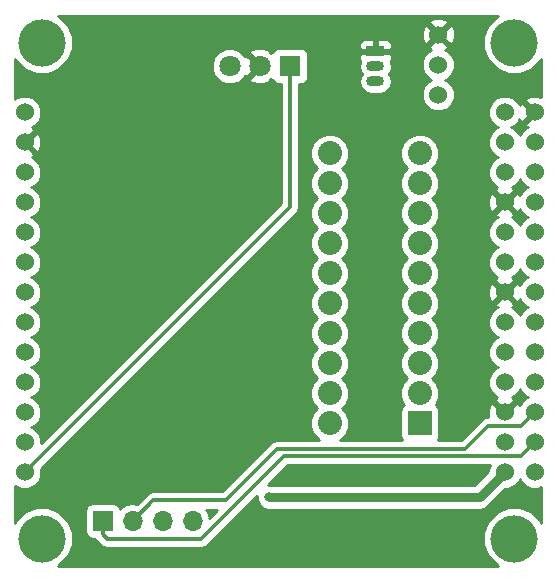
<source format=gbl>
G04 #@! TF.GenerationSoftware,KiCad,Pcbnew,no-vcs-found-e0b9a21~60~ubuntu15.04.1*
G04 #@! TF.CreationDate,2017-10-17T01:14:26+03:00*
G04 #@! TF.ProjectId,orange_pi_zero_node,6F72616E67655F70695F7A65726F5F6E,rev?*
G04 #@! TF.SameCoordinates,Original*
G04 #@! TF.FileFunction,Copper,L2,Bot,Signal*
G04 #@! TF.FilePolarity,Positive*
%FSLAX46Y46*%
G04 Gerber Fmt 4.6, Leading zero omitted, Abs format (unit mm)*
G04 Created by KiCad (PCBNEW no-vcs-found-e0b9a21~60~ubuntu15.04.1) date Tue Oct 17 01:14:26 2017*
%MOMM*%
%LPD*%
G01*
G04 APERTURE LIST*
%ADD10C,4.000000*%
%ADD11C,1.524000*%
%ADD12C,2.032000*%
%ADD13R,2.032000X2.032000*%
%ADD14O,1.700000X1.700000*%
%ADD15R,1.700000X1.700000*%
%ADD16R,1.500000X0.900000*%
%ADD17O,1.500000X0.900000*%
%ADD18C,1.800000*%
%ADD19R,1.800000X1.800000*%
%ADD20C,0.450000*%
%ADD21C,0.800000*%
%ADD22C,0.300000*%
%ADD23C,0.800000*%
%ADD24C,0.254000*%
G04 APERTURE END LIST*
D10*
X156000000Y-53500000D03*
D11*
X114540000Y-59400000D03*
X114540000Y-61940000D03*
X114540000Y-64480000D03*
X114540000Y-67020000D03*
X114540000Y-69560000D03*
X114540000Y-72100000D03*
X114540000Y-74640000D03*
X114540000Y-77180000D03*
X114540000Y-79720000D03*
X114540000Y-82260000D03*
X114540000Y-84800000D03*
X114540000Y-87340000D03*
X114540000Y-89880000D03*
X157720000Y-89880000D03*
X155180000Y-89880000D03*
X157720000Y-87340000D03*
X155180000Y-87340000D03*
X157720000Y-84800000D03*
X155180000Y-84800000D03*
X157720000Y-82260000D03*
X155180000Y-82260000D03*
X157720000Y-79720000D03*
X155180000Y-79720000D03*
X157720000Y-77180000D03*
X155180000Y-77180000D03*
X157720000Y-74640000D03*
X155180000Y-74640000D03*
X157720000Y-72100000D03*
X155180000Y-72100000D03*
X157720000Y-69560000D03*
X155180000Y-69560000D03*
X157720000Y-67020000D03*
X155180000Y-67020000D03*
X157720000Y-64480000D03*
X155180000Y-64480000D03*
X157720000Y-61940000D03*
X155180000Y-61940000D03*
X157720000Y-59400000D03*
X155180000Y-59400000D03*
X149560000Y-52820000D03*
X149560000Y-55360000D03*
X149560000Y-57900000D03*
D10*
X116000000Y-53500000D03*
X116000000Y-95500000D03*
X156000000Y-95500000D03*
D12*
X140380000Y-85750000D03*
X140380000Y-83210000D03*
X140380000Y-80670000D03*
X140380000Y-78130000D03*
X148000000Y-65430000D03*
X148000000Y-62890000D03*
X140380000Y-62890000D03*
X140380000Y-65430000D03*
X148000000Y-67970000D03*
X148000000Y-70510000D03*
X148000000Y-73050000D03*
X148000000Y-75590000D03*
X140380000Y-75590000D03*
X140380000Y-73050000D03*
X140380000Y-70510000D03*
X140380000Y-67970000D03*
X148000000Y-78130000D03*
X148000000Y-80670000D03*
X148000000Y-83210000D03*
D13*
X148000000Y-85750000D03*
D14*
X128770000Y-94000000D03*
X126230000Y-94000000D03*
X123690000Y-94000000D03*
D15*
X121150000Y-94000000D03*
D16*
X144250000Y-54250000D03*
D17*
X144250000Y-56790000D03*
X144250000Y-55520000D03*
D18*
X131920000Y-55500000D03*
X134460000Y-55500000D03*
D19*
X137000000Y-55500000D03*
D20*
X120120000Y-52714999D03*
X122660000Y-52714999D03*
X125200000Y-52714999D03*
X127740000Y-52714999D03*
X130280000Y-52714999D03*
X132820000Y-52714999D03*
X135360000Y-52714999D03*
X137900000Y-52714999D03*
X140440000Y-52714999D03*
X142980000Y-52714999D03*
X145520000Y-52714999D03*
X148060000Y-52714999D03*
X153140000Y-52714999D03*
X120120000Y-55254999D03*
X122660000Y-55254999D03*
X125200000Y-55254999D03*
X127740000Y-55254999D03*
X130280000Y-55254999D03*
X148060000Y-55254999D03*
X153140000Y-55254999D03*
X115040000Y-57794999D03*
X117580000Y-57794999D03*
X120120000Y-57794999D03*
X122660000Y-57794999D03*
X125200000Y-57794999D03*
X127740000Y-57794999D03*
X130280000Y-57794999D03*
X135360000Y-57794999D03*
X137900000Y-57794999D03*
X153140000Y-57794999D03*
X155680000Y-57794999D03*
X158220000Y-57794999D03*
X117580000Y-60334999D03*
X120120000Y-60334999D03*
X122660000Y-60334999D03*
X125200000Y-60334999D03*
X127740000Y-60334999D03*
X130280000Y-60334999D03*
X140440000Y-60334999D03*
X148060000Y-60334999D03*
X150600000Y-60334999D03*
X153140000Y-60334999D03*
X117580000Y-62874999D03*
X120120000Y-62874999D03*
X122660000Y-62874999D03*
X125200000Y-62874999D03*
X127740000Y-62874999D03*
X130280000Y-62874999D03*
X132820000Y-62874999D03*
X145520000Y-62874999D03*
X117580000Y-65414999D03*
X120120000Y-65414999D03*
X122660000Y-65414999D03*
X125200000Y-65414999D03*
X127740000Y-65414999D03*
X130280000Y-65414999D03*
X132820000Y-65414999D03*
X145520000Y-65414999D03*
X117580000Y-67954999D03*
X120120000Y-67954999D03*
X122660000Y-67954999D03*
X125200000Y-67954999D03*
X127740000Y-67954999D03*
X130280000Y-67954999D03*
X132820000Y-67954999D03*
X145520000Y-67954999D03*
X117580000Y-70494999D03*
X120120000Y-70494999D03*
X122660000Y-70494999D03*
X125200000Y-70494999D03*
X127740000Y-70494999D03*
X130280000Y-70494999D03*
X145520000Y-70494999D03*
X117580000Y-73034999D03*
X120120000Y-73034999D03*
X122660000Y-73034999D03*
X125200000Y-73034999D03*
X127740000Y-73034999D03*
X132820000Y-73034999D03*
X145520000Y-73034999D03*
X117580000Y-75574999D03*
X120120000Y-75574999D03*
X122660000Y-75574999D03*
X125200000Y-75574999D03*
X130280000Y-75574999D03*
X132820000Y-75574999D03*
X145520000Y-75574999D03*
X117580000Y-78114999D03*
X120120000Y-78114999D03*
X122660000Y-78114999D03*
X132820000Y-78114999D03*
X145520000Y-78114999D03*
X117580000Y-80654999D03*
X120120000Y-80654999D03*
X125200000Y-80654999D03*
X132820000Y-80654999D03*
X145520000Y-80654999D03*
X153140000Y-80654999D03*
X117580000Y-83194999D03*
X122660000Y-83194999D03*
X125200000Y-83194999D03*
X127740000Y-83194999D03*
X130280000Y-83194999D03*
X132820000Y-83194999D03*
X145520000Y-83194999D03*
X150600000Y-83194999D03*
X153140000Y-83194999D03*
X120120000Y-85734999D03*
X122660000Y-85734999D03*
X132820000Y-85734999D03*
X145520000Y-85734999D03*
X150600000Y-85734999D03*
X117580000Y-88274999D03*
X120120000Y-88274999D03*
X122660000Y-88274999D03*
X125200000Y-88274999D03*
X127740000Y-88274999D03*
X117580000Y-90814999D03*
X142980000Y-90814999D03*
X145520000Y-90814999D03*
X148060000Y-90814999D03*
X150600000Y-90814999D03*
X130280000Y-93354999D03*
X140440000Y-93354999D03*
X142980000Y-93354999D03*
X145520000Y-93354999D03*
X148060000Y-93354999D03*
X150600000Y-93354999D03*
X153140000Y-93354999D03*
X158220000Y-93354999D03*
X120120000Y-95894999D03*
X132820000Y-95894999D03*
X137900000Y-95894999D03*
X140440000Y-95894999D03*
X142980000Y-95894999D03*
X145520000Y-95894999D03*
X148060000Y-95894999D03*
X150600000Y-95894999D03*
X153140000Y-95894999D03*
D21*
X135250000Y-92000000D03*
D22*
X137000000Y-55000000D02*
X137000000Y-67420000D01*
X137000000Y-67420000D02*
X114540000Y-89880000D01*
D23*
X135250000Y-92000000D02*
X153060000Y-92000000D01*
X153060000Y-92000000D02*
X155180000Y-89880000D01*
D22*
X157720000Y-84800000D02*
X156557999Y-85962001D01*
X156557999Y-85962001D02*
X153787999Y-85962001D01*
X153787999Y-85962001D02*
X151800011Y-87949989D01*
X151800011Y-87949989D02*
X135892180Y-87949989D01*
X135892180Y-87949989D02*
X131592169Y-92250000D01*
X131592169Y-92250000D02*
X125440000Y-92250000D01*
X125440000Y-92250000D02*
X123690000Y-94000000D01*
X157720000Y-87340000D02*
X156560000Y-88500000D01*
X156560000Y-88500000D02*
X155739762Y-88500000D01*
X155739762Y-88500000D02*
X155737761Y-88502001D01*
X155737761Y-88502001D02*
X154622239Y-88502001D01*
X154620238Y-88500000D02*
X136500000Y-88500000D01*
X154622239Y-88502001D02*
X154620238Y-88500000D01*
X136500000Y-88500000D02*
X129500000Y-95500000D01*
X129500000Y-95500000D02*
X121500000Y-95500000D01*
X121500000Y-95500000D02*
X121150000Y-95150000D01*
X121150000Y-95150000D02*
X121150000Y-94000000D01*
D24*
G36*
X154509342Y-51264853D02*
X153767458Y-52005443D01*
X153365458Y-52973567D01*
X153364543Y-54021834D01*
X153764853Y-54990658D01*
X154505443Y-55732542D01*
X155473567Y-56134542D01*
X156521834Y-56135457D01*
X157490658Y-55735147D01*
X158232542Y-54994557D01*
X158290000Y-54856183D01*
X158290000Y-58120113D01*
X157927698Y-57990856D01*
X157372632Y-58018638D01*
X156988857Y-58177603D01*
X156919392Y-58419787D01*
X157720000Y-59220395D01*
X157734143Y-59206253D01*
X157913748Y-59385858D01*
X157899605Y-59400000D01*
X157913748Y-59414143D01*
X157734143Y-59593748D01*
X157720000Y-59579605D01*
X156919392Y-60380213D01*
X156988857Y-60622397D01*
X157129318Y-60672509D01*
X156929697Y-60754990D01*
X156536371Y-61147630D01*
X156450051Y-61355512D01*
X156365010Y-61149697D01*
X155972370Y-60756371D01*
X155764488Y-60670051D01*
X155970303Y-60585010D01*
X156363629Y-60192370D01*
X156443395Y-60000273D01*
X156497603Y-60131143D01*
X156739787Y-60200608D01*
X157540395Y-59400000D01*
X156739787Y-58599392D01*
X156497603Y-58668857D01*
X156447491Y-58809318D01*
X156365010Y-58609697D01*
X155972370Y-58216371D01*
X155459100Y-58003243D01*
X154903339Y-58002758D01*
X154389697Y-58214990D01*
X153996371Y-58607630D01*
X153783243Y-59120900D01*
X153782758Y-59676661D01*
X153994990Y-60190303D01*
X154387630Y-60583629D01*
X154595512Y-60669949D01*
X154389697Y-60754990D01*
X153996371Y-61147630D01*
X153783243Y-61660900D01*
X153782758Y-62216661D01*
X153994990Y-62730303D01*
X154387630Y-63123629D01*
X154595512Y-63209949D01*
X154389697Y-63294990D01*
X153996371Y-63687630D01*
X153783243Y-64200900D01*
X153782758Y-64756661D01*
X153994990Y-65270303D01*
X154387630Y-65663629D01*
X154579727Y-65743395D01*
X154448857Y-65797603D01*
X154379392Y-66039787D01*
X155180000Y-66840395D01*
X155980608Y-66039787D01*
X155911143Y-65797603D01*
X155770682Y-65747491D01*
X155970303Y-65665010D01*
X156363629Y-65272370D01*
X156449949Y-65064488D01*
X156534990Y-65270303D01*
X156927630Y-65663629D01*
X157135512Y-65749949D01*
X156929697Y-65834990D01*
X156536371Y-66227630D01*
X156456605Y-66419727D01*
X156402397Y-66288857D01*
X156160213Y-66219392D01*
X155359605Y-67020000D01*
X156160213Y-67820608D01*
X156402397Y-67751143D01*
X156452509Y-67610682D01*
X156534990Y-67810303D01*
X156927630Y-68203629D01*
X157135512Y-68289949D01*
X156929697Y-68374990D01*
X156536371Y-68767630D01*
X156450051Y-68975512D01*
X156365010Y-68769697D01*
X155972370Y-68376371D01*
X155780273Y-68296605D01*
X155911143Y-68242397D01*
X155980608Y-68000213D01*
X155180000Y-67199605D01*
X154379392Y-68000213D01*
X154448857Y-68242397D01*
X154589318Y-68292509D01*
X154389697Y-68374990D01*
X153996371Y-68767630D01*
X153783243Y-69280900D01*
X153782758Y-69836661D01*
X153994990Y-70350303D01*
X154387630Y-70743629D01*
X154595512Y-70829949D01*
X154389697Y-70914990D01*
X153996371Y-71307630D01*
X153783243Y-71820900D01*
X153782758Y-72376661D01*
X153994990Y-72890303D01*
X154387630Y-73283629D01*
X154579727Y-73363395D01*
X154448857Y-73417603D01*
X154379392Y-73659787D01*
X155180000Y-74460395D01*
X155980608Y-73659787D01*
X155911143Y-73417603D01*
X155770682Y-73367491D01*
X155970303Y-73285010D01*
X156363629Y-72892370D01*
X156449949Y-72684488D01*
X156534990Y-72890303D01*
X156927630Y-73283629D01*
X157135512Y-73369949D01*
X156929697Y-73454990D01*
X156536371Y-73847630D01*
X156456605Y-74039727D01*
X156402397Y-73908857D01*
X156160213Y-73839392D01*
X155359605Y-74640000D01*
X156160213Y-75440608D01*
X156402397Y-75371143D01*
X156452509Y-75230682D01*
X156534990Y-75430303D01*
X156927630Y-75823629D01*
X157135512Y-75909949D01*
X156929697Y-75994990D01*
X156536371Y-76387630D01*
X156450051Y-76595512D01*
X156365010Y-76389697D01*
X155972370Y-75996371D01*
X155780273Y-75916605D01*
X155911143Y-75862397D01*
X155980608Y-75620213D01*
X155180000Y-74819605D01*
X154379392Y-75620213D01*
X154448857Y-75862397D01*
X154589318Y-75912509D01*
X154389697Y-75994990D01*
X153996371Y-76387630D01*
X153783243Y-76900900D01*
X153782758Y-77456661D01*
X153994990Y-77970303D01*
X154387630Y-78363629D01*
X154595512Y-78449949D01*
X154389697Y-78534990D01*
X153996371Y-78927630D01*
X153783243Y-79440900D01*
X153782758Y-79996661D01*
X153994990Y-80510303D01*
X154387630Y-80903629D01*
X154595512Y-80989949D01*
X154389697Y-81074990D01*
X153996371Y-81467630D01*
X153783243Y-81980900D01*
X153782758Y-82536661D01*
X153994990Y-83050303D01*
X154387630Y-83443629D01*
X154579727Y-83523395D01*
X154448857Y-83577603D01*
X154379392Y-83819787D01*
X155180000Y-84620395D01*
X155980608Y-83819787D01*
X155911143Y-83577603D01*
X155770682Y-83527491D01*
X155970303Y-83445010D01*
X156363629Y-83052370D01*
X156449949Y-82844488D01*
X156534990Y-83050303D01*
X156927630Y-83443629D01*
X157135512Y-83529949D01*
X156929697Y-83614990D01*
X156536371Y-84007630D01*
X156456605Y-84199727D01*
X156402397Y-84068857D01*
X156160213Y-83999392D01*
X155359605Y-84800000D01*
X155373748Y-84814143D01*
X155194143Y-84993748D01*
X155180000Y-84979605D01*
X155165858Y-84993748D01*
X154986253Y-84814143D01*
X155000395Y-84800000D01*
X154199787Y-83999392D01*
X153957603Y-84068857D01*
X153770856Y-84592302D01*
X153798638Y-85147368D01*
X153810912Y-85177001D01*
X153788004Y-85177001D01*
X153787999Y-85177000D01*
X153487593Y-85236756D01*
X153232920Y-85406922D01*
X151474853Y-87164989D01*
X149513112Y-87164989D01*
X149614157Y-87013765D01*
X149663440Y-86766000D01*
X149663440Y-84734000D01*
X149614157Y-84486235D01*
X149473809Y-84276191D01*
X149351033Y-84194154D01*
X149398834Y-84146437D01*
X149650713Y-83539845D01*
X149651286Y-82883037D01*
X149400466Y-82276005D01*
X149064868Y-81939821D01*
X149398834Y-81606437D01*
X149650713Y-80999845D01*
X149651286Y-80343037D01*
X149400466Y-79736005D01*
X149064868Y-79399821D01*
X149398834Y-79066437D01*
X149650713Y-78459845D01*
X149651286Y-77803037D01*
X149400466Y-77196005D01*
X149064868Y-76859821D01*
X149398834Y-76526437D01*
X149650713Y-75919845D01*
X149651286Y-75263037D01*
X149400466Y-74656005D01*
X149177153Y-74432302D01*
X153770856Y-74432302D01*
X153798638Y-74987368D01*
X153957603Y-75371143D01*
X154199787Y-75440608D01*
X155000395Y-74640000D01*
X154199787Y-73839392D01*
X153957603Y-73908857D01*
X153770856Y-74432302D01*
X149177153Y-74432302D01*
X149064868Y-74319821D01*
X149398834Y-73986437D01*
X149650713Y-73379845D01*
X149651286Y-72723037D01*
X149400466Y-72116005D01*
X149064868Y-71779821D01*
X149398834Y-71446437D01*
X149650713Y-70839845D01*
X149651286Y-70183037D01*
X149400466Y-69576005D01*
X149064868Y-69239821D01*
X149398834Y-68906437D01*
X149650713Y-68299845D01*
X149651286Y-67643037D01*
X149400466Y-67036005D01*
X149177153Y-66812302D01*
X153770856Y-66812302D01*
X153798638Y-67367368D01*
X153957603Y-67751143D01*
X154199787Y-67820608D01*
X155000395Y-67020000D01*
X154199787Y-66219392D01*
X153957603Y-66288857D01*
X153770856Y-66812302D01*
X149177153Y-66812302D01*
X149064868Y-66699821D01*
X149398834Y-66366437D01*
X149650713Y-65759845D01*
X149651286Y-65103037D01*
X149400466Y-64496005D01*
X149064868Y-64159821D01*
X149398834Y-63826437D01*
X149650713Y-63219845D01*
X149651286Y-62563037D01*
X149400466Y-61956005D01*
X148936437Y-61491166D01*
X148329845Y-61239287D01*
X147673037Y-61238714D01*
X147066005Y-61489534D01*
X146601166Y-61953563D01*
X146349287Y-62560155D01*
X146348714Y-63216963D01*
X146599534Y-63823995D01*
X146935132Y-64160179D01*
X146601166Y-64493563D01*
X146349287Y-65100155D01*
X146348714Y-65756963D01*
X146599534Y-66363995D01*
X146935132Y-66700179D01*
X146601166Y-67033563D01*
X146349287Y-67640155D01*
X146348714Y-68296963D01*
X146599534Y-68903995D01*
X146935132Y-69240179D01*
X146601166Y-69573563D01*
X146349287Y-70180155D01*
X146348714Y-70836963D01*
X146599534Y-71443995D01*
X146935132Y-71780179D01*
X146601166Y-72113563D01*
X146349287Y-72720155D01*
X146348714Y-73376963D01*
X146599534Y-73983995D01*
X146935132Y-74320179D01*
X146601166Y-74653563D01*
X146349287Y-75260155D01*
X146348714Y-75916963D01*
X146599534Y-76523995D01*
X146935132Y-76860179D01*
X146601166Y-77193563D01*
X146349287Y-77800155D01*
X146348714Y-78456963D01*
X146599534Y-79063995D01*
X146935132Y-79400179D01*
X146601166Y-79733563D01*
X146349287Y-80340155D01*
X146348714Y-80996963D01*
X146599534Y-81603995D01*
X146935132Y-81940179D01*
X146601166Y-82273563D01*
X146349287Y-82880155D01*
X146348714Y-83536963D01*
X146599534Y-84143995D01*
X146649350Y-84193898D01*
X146526191Y-84276191D01*
X146385843Y-84486235D01*
X146336560Y-84734000D01*
X146336560Y-86766000D01*
X146385843Y-87013765D01*
X146486888Y-87164989D01*
X141278847Y-87164989D01*
X141313995Y-87150466D01*
X141778834Y-86686437D01*
X142030713Y-86079845D01*
X142031286Y-85423037D01*
X141780466Y-84816005D01*
X141444868Y-84479821D01*
X141778834Y-84146437D01*
X142030713Y-83539845D01*
X142031286Y-82883037D01*
X141780466Y-82276005D01*
X141444868Y-81939821D01*
X141778834Y-81606437D01*
X142030713Y-80999845D01*
X142031286Y-80343037D01*
X141780466Y-79736005D01*
X141444868Y-79399821D01*
X141778834Y-79066437D01*
X142030713Y-78459845D01*
X142031286Y-77803037D01*
X141780466Y-77196005D01*
X141444868Y-76859821D01*
X141778834Y-76526437D01*
X142030713Y-75919845D01*
X142031286Y-75263037D01*
X141780466Y-74656005D01*
X141444868Y-74319821D01*
X141778834Y-73986437D01*
X142030713Y-73379845D01*
X142031286Y-72723037D01*
X141780466Y-72116005D01*
X141444868Y-71779821D01*
X141778834Y-71446437D01*
X142030713Y-70839845D01*
X142031286Y-70183037D01*
X141780466Y-69576005D01*
X141444868Y-69239821D01*
X141778834Y-68906437D01*
X142030713Y-68299845D01*
X142031286Y-67643037D01*
X141780466Y-67036005D01*
X141444868Y-66699821D01*
X141778834Y-66366437D01*
X142030713Y-65759845D01*
X142031286Y-65103037D01*
X141780466Y-64496005D01*
X141444868Y-64159821D01*
X141778834Y-63826437D01*
X142030713Y-63219845D01*
X142031286Y-62563037D01*
X141780466Y-61956005D01*
X141316437Y-61491166D01*
X140709845Y-61239287D01*
X140053037Y-61238714D01*
X139446005Y-61489534D01*
X138981166Y-61953563D01*
X138729287Y-62560155D01*
X138728714Y-63216963D01*
X138979534Y-63823995D01*
X139315132Y-64160179D01*
X138981166Y-64493563D01*
X138729287Y-65100155D01*
X138728714Y-65756963D01*
X138979534Y-66363995D01*
X139315132Y-66700179D01*
X138981166Y-67033563D01*
X138729287Y-67640155D01*
X138728714Y-68296963D01*
X138979534Y-68903995D01*
X139315132Y-69240179D01*
X138981166Y-69573563D01*
X138729287Y-70180155D01*
X138728714Y-70836963D01*
X138979534Y-71443995D01*
X139315132Y-71780179D01*
X138981166Y-72113563D01*
X138729287Y-72720155D01*
X138728714Y-73376963D01*
X138979534Y-73983995D01*
X139315132Y-74320179D01*
X138981166Y-74653563D01*
X138729287Y-75260155D01*
X138728714Y-75916963D01*
X138979534Y-76523995D01*
X139315132Y-76860179D01*
X138981166Y-77193563D01*
X138729287Y-77800155D01*
X138728714Y-78456963D01*
X138979534Y-79063995D01*
X139315132Y-79400179D01*
X138981166Y-79733563D01*
X138729287Y-80340155D01*
X138728714Y-80996963D01*
X138979534Y-81603995D01*
X139315132Y-81940179D01*
X138981166Y-82273563D01*
X138729287Y-82880155D01*
X138728714Y-83536963D01*
X138979534Y-84143995D01*
X139315132Y-84480179D01*
X138981166Y-84813563D01*
X138729287Y-85420155D01*
X138728714Y-86076963D01*
X138979534Y-86683995D01*
X139443563Y-87148834D01*
X139482469Y-87164989D01*
X135892180Y-87164989D01*
X135591774Y-87224744D01*
X135337101Y-87394910D01*
X131267011Y-91465000D01*
X125440000Y-91465000D01*
X125139594Y-91524755D01*
X124884921Y-91694921D01*
X124026918Y-92552924D01*
X123690000Y-92485907D01*
X123121715Y-92598946D01*
X122639946Y-92920853D01*
X122610597Y-92964777D01*
X122598157Y-92902235D01*
X122457809Y-92692191D01*
X122247765Y-92551843D01*
X122000000Y-92502560D01*
X120300000Y-92502560D01*
X120052235Y-92551843D01*
X119842191Y-92692191D01*
X119701843Y-92902235D01*
X119652560Y-93150000D01*
X119652560Y-94850000D01*
X119701843Y-95097765D01*
X119842191Y-95307809D01*
X120052235Y-95448157D01*
X120300000Y-95497440D01*
X120456181Y-95497440D01*
X120594921Y-95705079D01*
X120944921Y-96055079D01*
X121199594Y-96225245D01*
X121500000Y-96285000D01*
X129500000Y-96285000D01*
X129800407Y-96225245D01*
X130055079Y-96055079D01*
X134215091Y-91895067D01*
X134214821Y-92204971D01*
X134372058Y-92585515D01*
X134662954Y-92876919D01*
X135043223Y-93034820D01*
X135454971Y-93035179D01*
X135455404Y-93035000D01*
X153059995Y-93035000D01*
X153060000Y-93035001D01*
X153456077Y-92956215D01*
X153791856Y-92731856D01*
X155246653Y-91277059D01*
X155456661Y-91277242D01*
X155970303Y-91065010D01*
X156363629Y-90672370D01*
X156449949Y-90464488D01*
X156534990Y-90670303D01*
X156927630Y-91063629D01*
X157440900Y-91276757D01*
X157996661Y-91277242D01*
X158290000Y-91156037D01*
X158290000Y-94142096D01*
X158235147Y-94009342D01*
X157494557Y-93267458D01*
X156526433Y-92865458D01*
X155478166Y-92864543D01*
X154509342Y-93264853D01*
X153767458Y-94005443D01*
X153365458Y-94973567D01*
X153364543Y-96021834D01*
X153764853Y-96990658D01*
X154505443Y-97732542D01*
X154643817Y-97790000D01*
X117357904Y-97790000D01*
X117490658Y-97735147D01*
X118232542Y-96994557D01*
X118634542Y-96026433D01*
X118635457Y-94978166D01*
X118235147Y-94009342D01*
X117494557Y-93267458D01*
X116526433Y-92865458D01*
X115478166Y-92864543D01*
X114509342Y-93264853D01*
X113767458Y-94005443D01*
X113710000Y-94143817D01*
X113710000Y-91025933D01*
X113747630Y-91063629D01*
X114260900Y-91276757D01*
X114816661Y-91277242D01*
X115330303Y-91065010D01*
X115723629Y-90672370D01*
X115936757Y-90159100D01*
X115937242Y-89603339D01*
X115934195Y-89595963D01*
X137555079Y-67975079D01*
X137725245Y-67720406D01*
X137785001Y-67420000D01*
X137785000Y-67419995D01*
X137785000Y-57047440D01*
X137900000Y-57047440D01*
X138147765Y-56998157D01*
X138357809Y-56857809D01*
X138498157Y-56647765D01*
X138547440Y-56400000D01*
X138547440Y-55520000D01*
X142837866Y-55520000D01*
X142920457Y-55935212D01*
X143067315Y-56155000D01*
X142920457Y-56374788D01*
X142837866Y-56790000D01*
X142920457Y-57205212D01*
X143155655Y-57557211D01*
X143507654Y-57792409D01*
X143922866Y-57875000D01*
X144577134Y-57875000D01*
X144992346Y-57792409D01*
X145344345Y-57557211D01*
X145579543Y-57205212D01*
X145662134Y-56790000D01*
X145579543Y-56374788D01*
X145432685Y-56155000D01*
X145579543Y-55935212D01*
X145638928Y-55636661D01*
X148162758Y-55636661D01*
X148374990Y-56150303D01*
X148767630Y-56543629D01*
X148975512Y-56629949D01*
X148769697Y-56714990D01*
X148376371Y-57107630D01*
X148163243Y-57620900D01*
X148162758Y-58176661D01*
X148374990Y-58690303D01*
X148767630Y-59083629D01*
X149280900Y-59296757D01*
X149836661Y-59297242D01*
X150350303Y-59085010D01*
X150743629Y-58692370D01*
X150956757Y-58179100D01*
X150957242Y-57623339D01*
X150745010Y-57109697D01*
X150352370Y-56716371D01*
X150144488Y-56630051D01*
X150350303Y-56545010D01*
X150743629Y-56152370D01*
X150956757Y-55639100D01*
X150957242Y-55083339D01*
X150745010Y-54569697D01*
X150352370Y-54176371D01*
X150160273Y-54096605D01*
X150291143Y-54042397D01*
X150360608Y-53800213D01*
X149560000Y-52999605D01*
X148759392Y-53800213D01*
X148828857Y-54042397D01*
X148969318Y-54092509D01*
X148769697Y-54174990D01*
X148376371Y-54567630D01*
X148163243Y-55080900D01*
X148162758Y-55636661D01*
X145638928Y-55636661D01*
X145662134Y-55520000D01*
X145579543Y-55104788D01*
X145542570Y-55049454D01*
X145635000Y-54826309D01*
X145635000Y-54535750D01*
X145476250Y-54377000D01*
X144377000Y-54377000D01*
X144377000Y-54397000D01*
X144123000Y-54397000D01*
X144123000Y-54377000D01*
X143023750Y-54377000D01*
X142865000Y-54535750D01*
X142865000Y-54826309D01*
X142957430Y-55049454D01*
X142920457Y-55104788D01*
X142837866Y-55520000D01*
X138547440Y-55520000D01*
X138547440Y-54600000D01*
X138498157Y-54352235D01*
X138357809Y-54142191D01*
X138147765Y-54001843D01*
X137900000Y-53952560D01*
X136100000Y-53952560D01*
X135852235Y-54001843D01*
X135642191Y-54142191D01*
X135509942Y-54340114D01*
X135475110Y-54305282D01*
X135360553Y-54419839D01*
X135274148Y-54163357D01*
X134700664Y-53953542D01*
X134090540Y-53979161D01*
X133645852Y-54163357D01*
X133559446Y-54419841D01*
X134460000Y-55320395D01*
X134474143Y-55306253D01*
X134653748Y-55485858D01*
X134639605Y-55500000D01*
X134653748Y-55514143D01*
X134474143Y-55693748D01*
X134460000Y-55679605D01*
X133559446Y-56580159D01*
X133645852Y-56836643D01*
X134219336Y-57046458D01*
X134829460Y-57020839D01*
X135274148Y-56836643D01*
X135360553Y-56580161D01*
X135475110Y-56694718D01*
X135509942Y-56659886D01*
X135642191Y-56857809D01*
X135852235Y-56998157D01*
X136100000Y-57047440D01*
X136215000Y-57047440D01*
X136215000Y-67094842D01*
X115936972Y-87372870D01*
X115937242Y-87063339D01*
X115725010Y-86549697D01*
X115332370Y-86156371D01*
X115124488Y-86070051D01*
X115330303Y-85985010D01*
X115723629Y-85592370D01*
X115936757Y-85079100D01*
X115937242Y-84523339D01*
X115725010Y-84009697D01*
X115332370Y-83616371D01*
X115124488Y-83530051D01*
X115330303Y-83445010D01*
X115723629Y-83052370D01*
X115936757Y-82539100D01*
X115937242Y-81983339D01*
X115725010Y-81469697D01*
X115332370Y-81076371D01*
X115124488Y-80990051D01*
X115330303Y-80905010D01*
X115723629Y-80512370D01*
X115936757Y-79999100D01*
X115937242Y-79443339D01*
X115725010Y-78929697D01*
X115332370Y-78536371D01*
X115124488Y-78450051D01*
X115330303Y-78365010D01*
X115723629Y-77972370D01*
X115936757Y-77459100D01*
X115937242Y-76903339D01*
X115725010Y-76389697D01*
X115332370Y-75996371D01*
X115124488Y-75910051D01*
X115330303Y-75825010D01*
X115723629Y-75432370D01*
X115936757Y-74919100D01*
X115937242Y-74363339D01*
X115725010Y-73849697D01*
X115332370Y-73456371D01*
X115124488Y-73370051D01*
X115330303Y-73285010D01*
X115723629Y-72892370D01*
X115936757Y-72379100D01*
X115937242Y-71823339D01*
X115725010Y-71309697D01*
X115332370Y-70916371D01*
X115124488Y-70830051D01*
X115330303Y-70745010D01*
X115723629Y-70352370D01*
X115936757Y-69839100D01*
X115937242Y-69283339D01*
X115725010Y-68769697D01*
X115332370Y-68376371D01*
X115124488Y-68290051D01*
X115330303Y-68205010D01*
X115723629Y-67812370D01*
X115936757Y-67299100D01*
X115937242Y-66743339D01*
X115725010Y-66229697D01*
X115332370Y-65836371D01*
X115124488Y-65750051D01*
X115330303Y-65665010D01*
X115723629Y-65272370D01*
X115936757Y-64759100D01*
X115937242Y-64203339D01*
X115725010Y-63689697D01*
X115332370Y-63296371D01*
X115140273Y-63216605D01*
X115271143Y-63162397D01*
X115340608Y-62920213D01*
X114540000Y-62119605D01*
X114525858Y-62133748D01*
X114346253Y-61954143D01*
X114360395Y-61940000D01*
X114719605Y-61940000D01*
X115520213Y-62740608D01*
X115762397Y-62671143D01*
X115949144Y-62147698D01*
X115921362Y-61592632D01*
X115762397Y-61208857D01*
X115520213Y-61139392D01*
X114719605Y-61940000D01*
X114360395Y-61940000D01*
X114346253Y-61925858D01*
X114525858Y-61746253D01*
X114540000Y-61760395D01*
X115340608Y-60959787D01*
X115271143Y-60717603D01*
X115130682Y-60667491D01*
X115330303Y-60585010D01*
X115723629Y-60192370D01*
X115936757Y-59679100D01*
X115937242Y-59123339D01*
X115725010Y-58609697D01*
X115332370Y-58216371D01*
X114819100Y-58003243D01*
X114263339Y-58002758D01*
X113749697Y-58214990D01*
X113710000Y-58254618D01*
X113710000Y-54857904D01*
X113764853Y-54990658D01*
X114505443Y-55732542D01*
X115473567Y-56134542D01*
X116521834Y-56135457D01*
X117324042Y-55803991D01*
X130384735Y-55803991D01*
X130617932Y-56368371D01*
X131049357Y-56800551D01*
X131613330Y-57034733D01*
X132223991Y-57035265D01*
X132788371Y-56802068D01*
X133220551Y-56370643D01*
X133229203Y-56349806D01*
X133379841Y-56400554D01*
X134280395Y-55500000D01*
X133379841Y-54599446D01*
X133229673Y-54650035D01*
X133222068Y-54631629D01*
X132790643Y-54199449D01*
X132226670Y-53965267D01*
X131616009Y-53964735D01*
X131051629Y-54197932D01*
X130619449Y-54629357D01*
X130385267Y-55193330D01*
X130384735Y-55803991D01*
X117324042Y-55803991D01*
X117490658Y-55735147D01*
X118232542Y-54994557D01*
X118634542Y-54026433D01*
X118634849Y-53673691D01*
X142865000Y-53673691D01*
X142865000Y-53964250D01*
X143023750Y-54123000D01*
X144123000Y-54123000D01*
X144123000Y-53323750D01*
X144377000Y-53323750D01*
X144377000Y-54123000D01*
X145476250Y-54123000D01*
X145635000Y-53964250D01*
X145635000Y-53673691D01*
X145538327Y-53440302D01*
X145359699Y-53261673D01*
X145126310Y-53165000D01*
X144535750Y-53165000D01*
X144377000Y-53323750D01*
X144123000Y-53323750D01*
X143964250Y-53165000D01*
X143373690Y-53165000D01*
X143140301Y-53261673D01*
X142961673Y-53440302D01*
X142865000Y-53673691D01*
X118634849Y-53673691D01*
X118635457Y-52978166D01*
X118484286Y-52612302D01*
X148150856Y-52612302D01*
X148178638Y-53167368D01*
X148337603Y-53551143D01*
X148579787Y-53620608D01*
X149380395Y-52820000D01*
X149739605Y-52820000D01*
X150540213Y-53620608D01*
X150782397Y-53551143D01*
X150969144Y-53027698D01*
X150941362Y-52472632D01*
X150782397Y-52088857D01*
X150540213Y-52019392D01*
X149739605Y-52820000D01*
X149380395Y-52820000D01*
X148579787Y-52019392D01*
X148337603Y-52088857D01*
X148150856Y-52612302D01*
X118484286Y-52612302D01*
X118235147Y-52009342D01*
X118065888Y-51839787D01*
X148759392Y-51839787D01*
X149560000Y-52640395D01*
X150360608Y-51839787D01*
X150291143Y-51597603D01*
X149767698Y-51410856D01*
X149212632Y-51438638D01*
X148828857Y-51597603D01*
X148759392Y-51839787D01*
X118065888Y-51839787D01*
X117494557Y-51267458D01*
X117356183Y-51210000D01*
X154642096Y-51210000D01*
X154509342Y-51264853D01*
X154509342Y-51264853D01*
G37*
X154509342Y-51264853D02*
X153767458Y-52005443D01*
X153365458Y-52973567D01*
X153364543Y-54021834D01*
X153764853Y-54990658D01*
X154505443Y-55732542D01*
X155473567Y-56134542D01*
X156521834Y-56135457D01*
X157490658Y-55735147D01*
X158232542Y-54994557D01*
X158290000Y-54856183D01*
X158290000Y-58120113D01*
X157927698Y-57990856D01*
X157372632Y-58018638D01*
X156988857Y-58177603D01*
X156919392Y-58419787D01*
X157720000Y-59220395D01*
X157734143Y-59206253D01*
X157913748Y-59385858D01*
X157899605Y-59400000D01*
X157913748Y-59414143D01*
X157734143Y-59593748D01*
X157720000Y-59579605D01*
X156919392Y-60380213D01*
X156988857Y-60622397D01*
X157129318Y-60672509D01*
X156929697Y-60754990D01*
X156536371Y-61147630D01*
X156450051Y-61355512D01*
X156365010Y-61149697D01*
X155972370Y-60756371D01*
X155764488Y-60670051D01*
X155970303Y-60585010D01*
X156363629Y-60192370D01*
X156443395Y-60000273D01*
X156497603Y-60131143D01*
X156739787Y-60200608D01*
X157540395Y-59400000D01*
X156739787Y-58599392D01*
X156497603Y-58668857D01*
X156447491Y-58809318D01*
X156365010Y-58609697D01*
X155972370Y-58216371D01*
X155459100Y-58003243D01*
X154903339Y-58002758D01*
X154389697Y-58214990D01*
X153996371Y-58607630D01*
X153783243Y-59120900D01*
X153782758Y-59676661D01*
X153994990Y-60190303D01*
X154387630Y-60583629D01*
X154595512Y-60669949D01*
X154389697Y-60754990D01*
X153996371Y-61147630D01*
X153783243Y-61660900D01*
X153782758Y-62216661D01*
X153994990Y-62730303D01*
X154387630Y-63123629D01*
X154595512Y-63209949D01*
X154389697Y-63294990D01*
X153996371Y-63687630D01*
X153783243Y-64200900D01*
X153782758Y-64756661D01*
X153994990Y-65270303D01*
X154387630Y-65663629D01*
X154579727Y-65743395D01*
X154448857Y-65797603D01*
X154379392Y-66039787D01*
X155180000Y-66840395D01*
X155980608Y-66039787D01*
X155911143Y-65797603D01*
X155770682Y-65747491D01*
X155970303Y-65665010D01*
X156363629Y-65272370D01*
X156449949Y-65064488D01*
X156534990Y-65270303D01*
X156927630Y-65663629D01*
X157135512Y-65749949D01*
X156929697Y-65834990D01*
X156536371Y-66227630D01*
X156456605Y-66419727D01*
X156402397Y-66288857D01*
X156160213Y-66219392D01*
X155359605Y-67020000D01*
X156160213Y-67820608D01*
X156402397Y-67751143D01*
X156452509Y-67610682D01*
X156534990Y-67810303D01*
X156927630Y-68203629D01*
X157135512Y-68289949D01*
X156929697Y-68374990D01*
X156536371Y-68767630D01*
X156450051Y-68975512D01*
X156365010Y-68769697D01*
X155972370Y-68376371D01*
X155780273Y-68296605D01*
X155911143Y-68242397D01*
X155980608Y-68000213D01*
X155180000Y-67199605D01*
X154379392Y-68000213D01*
X154448857Y-68242397D01*
X154589318Y-68292509D01*
X154389697Y-68374990D01*
X153996371Y-68767630D01*
X153783243Y-69280900D01*
X153782758Y-69836661D01*
X153994990Y-70350303D01*
X154387630Y-70743629D01*
X154595512Y-70829949D01*
X154389697Y-70914990D01*
X153996371Y-71307630D01*
X153783243Y-71820900D01*
X153782758Y-72376661D01*
X153994990Y-72890303D01*
X154387630Y-73283629D01*
X154579727Y-73363395D01*
X154448857Y-73417603D01*
X154379392Y-73659787D01*
X155180000Y-74460395D01*
X155980608Y-73659787D01*
X155911143Y-73417603D01*
X155770682Y-73367491D01*
X155970303Y-73285010D01*
X156363629Y-72892370D01*
X156449949Y-72684488D01*
X156534990Y-72890303D01*
X156927630Y-73283629D01*
X157135512Y-73369949D01*
X156929697Y-73454990D01*
X156536371Y-73847630D01*
X156456605Y-74039727D01*
X156402397Y-73908857D01*
X156160213Y-73839392D01*
X155359605Y-74640000D01*
X156160213Y-75440608D01*
X156402397Y-75371143D01*
X156452509Y-75230682D01*
X156534990Y-75430303D01*
X156927630Y-75823629D01*
X157135512Y-75909949D01*
X156929697Y-75994990D01*
X156536371Y-76387630D01*
X156450051Y-76595512D01*
X156365010Y-76389697D01*
X155972370Y-75996371D01*
X155780273Y-75916605D01*
X155911143Y-75862397D01*
X155980608Y-75620213D01*
X155180000Y-74819605D01*
X154379392Y-75620213D01*
X154448857Y-75862397D01*
X154589318Y-75912509D01*
X154389697Y-75994990D01*
X153996371Y-76387630D01*
X153783243Y-76900900D01*
X153782758Y-77456661D01*
X153994990Y-77970303D01*
X154387630Y-78363629D01*
X154595512Y-78449949D01*
X154389697Y-78534990D01*
X153996371Y-78927630D01*
X153783243Y-79440900D01*
X153782758Y-79996661D01*
X153994990Y-80510303D01*
X154387630Y-80903629D01*
X154595512Y-80989949D01*
X154389697Y-81074990D01*
X153996371Y-81467630D01*
X153783243Y-81980900D01*
X153782758Y-82536661D01*
X153994990Y-83050303D01*
X154387630Y-83443629D01*
X154579727Y-83523395D01*
X154448857Y-83577603D01*
X154379392Y-83819787D01*
X155180000Y-84620395D01*
X155980608Y-83819787D01*
X155911143Y-83577603D01*
X155770682Y-83527491D01*
X155970303Y-83445010D01*
X156363629Y-83052370D01*
X156449949Y-82844488D01*
X156534990Y-83050303D01*
X156927630Y-83443629D01*
X157135512Y-83529949D01*
X156929697Y-83614990D01*
X156536371Y-84007630D01*
X156456605Y-84199727D01*
X156402397Y-84068857D01*
X156160213Y-83999392D01*
X155359605Y-84800000D01*
X155373748Y-84814143D01*
X155194143Y-84993748D01*
X155180000Y-84979605D01*
X155165858Y-84993748D01*
X154986253Y-84814143D01*
X155000395Y-84800000D01*
X154199787Y-83999392D01*
X153957603Y-84068857D01*
X153770856Y-84592302D01*
X153798638Y-85147368D01*
X153810912Y-85177001D01*
X153788004Y-85177001D01*
X153787999Y-85177000D01*
X153487593Y-85236756D01*
X153232920Y-85406922D01*
X151474853Y-87164989D01*
X149513112Y-87164989D01*
X149614157Y-87013765D01*
X149663440Y-86766000D01*
X149663440Y-84734000D01*
X149614157Y-84486235D01*
X149473809Y-84276191D01*
X149351033Y-84194154D01*
X149398834Y-84146437D01*
X149650713Y-83539845D01*
X149651286Y-82883037D01*
X149400466Y-82276005D01*
X149064868Y-81939821D01*
X149398834Y-81606437D01*
X149650713Y-80999845D01*
X149651286Y-80343037D01*
X149400466Y-79736005D01*
X149064868Y-79399821D01*
X149398834Y-79066437D01*
X149650713Y-78459845D01*
X149651286Y-77803037D01*
X149400466Y-77196005D01*
X149064868Y-76859821D01*
X149398834Y-76526437D01*
X149650713Y-75919845D01*
X149651286Y-75263037D01*
X149400466Y-74656005D01*
X149177153Y-74432302D01*
X153770856Y-74432302D01*
X153798638Y-74987368D01*
X153957603Y-75371143D01*
X154199787Y-75440608D01*
X155000395Y-74640000D01*
X154199787Y-73839392D01*
X153957603Y-73908857D01*
X153770856Y-74432302D01*
X149177153Y-74432302D01*
X149064868Y-74319821D01*
X149398834Y-73986437D01*
X149650713Y-73379845D01*
X149651286Y-72723037D01*
X149400466Y-72116005D01*
X149064868Y-71779821D01*
X149398834Y-71446437D01*
X149650713Y-70839845D01*
X149651286Y-70183037D01*
X149400466Y-69576005D01*
X149064868Y-69239821D01*
X149398834Y-68906437D01*
X149650713Y-68299845D01*
X149651286Y-67643037D01*
X149400466Y-67036005D01*
X149177153Y-66812302D01*
X153770856Y-66812302D01*
X153798638Y-67367368D01*
X153957603Y-67751143D01*
X154199787Y-67820608D01*
X155000395Y-67020000D01*
X154199787Y-66219392D01*
X153957603Y-66288857D01*
X153770856Y-66812302D01*
X149177153Y-66812302D01*
X149064868Y-66699821D01*
X149398834Y-66366437D01*
X149650713Y-65759845D01*
X149651286Y-65103037D01*
X149400466Y-64496005D01*
X149064868Y-64159821D01*
X149398834Y-63826437D01*
X149650713Y-63219845D01*
X149651286Y-62563037D01*
X149400466Y-61956005D01*
X148936437Y-61491166D01*
X148329845Y-61239287D01*
X147673037Y-61238714D01*
X147066005Y-61489534D01*
X146601166Y-61953563D01*
X146349287Y-62560155D01*
X146348714Y-63216963D01*
X146599534Y-63823995D01*
X146935132Y-64160179D01*
X146601166Y-64493563D01*
X146349287Y-65100155D01*
X146348714Y-65756963D01*
X146599534Y-66363995D01*
X146935132Y-66700179D01*
X146601166Y-67033563D01*
X146349287Y-67640155D01*
X146348714Y-68296963D01*
X146599534Y-68903995D01*
X146935132Y-69240179D01*
X146601166Y-69573563D01*
X146349287Y-70180155D01*
X146348714Y-70836963D01*
X146599534Y-71443995D01*
X146935132Y-71780179D01*
X146601166Y-72113563D01*
X146349287Y-72720155D01*
X146348714Y-73376963D01*
X146599534Y-73983995D01*
X146935132Y-74320179D01*
X146601166Y-74653563D01*
X146349287Y-75260155D01*
X146348714Y-75916963D01*
X146599534Y-76523995D01*
X146935132Y-76860179D01*
X146601166Y-77193563D01*
X146349287Y-77800155D01*
X146348714Y-78456963D01*
X146599534Y-79063995D01*
X146935132Y-79400179D01*
X146601166Y-79733563D01*
X146349287Y-80340155D01*
X146348714Y-80996963D01*
X146599534Y-81603995D01*
X146935132Y-81940179D01*
X146601166Y-82273563D01*
X146349287Y-82880155D01*
X146348714Y-83536963D01*
X146599534Y-84143995D01*
X146649350Y-84193898D01*
X146526191Y-84276191D01*
X146385843Y-84486235D01*
X146336560Y-84734000D01*
X146336560Y-86766000D01*
X146385843Y-87013765D01*
X146486888Y-87164989D01*
X141278847Y-87164989D01*
X141313995Y-87150466D01*
X141778834Y-86686437D01*
X142030713Y-86079845D01*
X142031286Y-85423037D01*
X141780466Y-84816005D01*
X141444868Y-84479821D01*
X141778834Y-84146437D01*
X142030713Y-83539845D01*
X142031286Y-82883037D01*
X141780466Y-82276005D01*
X141444868Y-81939821D01*
X141778834Y-81606437D01*
X142030713Y-80999845D01*
X142031286Y-80343037D01*
X141780466Y-79736005D01*
X141444868Y-79399821D01*
X141778834Y-79066437D01*
X142030713Y-78459845D01*
X142031286Y-77803037D01*
X141780466Y-77196005D01*
X141444868Y-76859821D01*
X141778834Y-76526437D01*
X142030713Y-75919845D01*
X142031286Y-75263037D01*
X141780466Y-74656005D01*
X141444868Y-74319821D01*
X141778834Y-73986437D01*
X142030713Y-73379845D01*
X142031286Y-72723037D01*
X141780466Y-72116005D01*
X141444868Y-71779821D01*
X141778834Y-71446437D01*
X142030713Y-70839845D01*
X142031286Y-70183037D01*
X141780466Y-69576005D01*
X141444868Y-69239821D01*
X141778834Y-68906437D01*
X142030713Y-68299845D01*
X142031286Y-67643037D01*
X141780466Y-67036005D01*
X141444868Y-66699821D01*
X141778834Y-66366437D01*
X142030713Y-65759845D01*
X142031286Y-65103037D01*
X141780466Y-64496005D01*
X141444868Y-64159821D01*
X141778834Y-63826437D01*
X142030713Y-63219845D01*
X142031286Y-62563037D01*
X141780466Y-61956005D01*
X141316437Y-61491166D01*
X140709845Y-61239287D01*
X140053037Y-61238714D01*
X139446005Y-61489534D01*
X138981166Y-61953563D01*
X138729287Y-62560155D01*
X138728714Y-63216963D01*
X138979534Y-63823995D01*
X139315132Y-64160179D01*
X138981166Y-64493563D01*
X138729287Y-65100155D01*
X138728714Y-65756963D01*
X138979534Y-66363995D01*
X139315132Y-66700179D01*
X138981166Y-67033563D01*
X138729287Y-67640155D01*
X138728714Y-68296963D01*
X138979534Y-68903995D01*
X139315132Y-69240179D01*
X138981166Y-69573563D01*
X138729287Y-70180155D01*
X138728714Y-70836963D01*
X138979534Y-71443995D01*
X139315132Y-71780179D01*
X138981166Y-72113563D01*
X138729287Y-72720155D01*
X138728714Y-73376963D01*
X138979534Y-73983995D01*
X139315132Y-74320179D01*
X138981166Y-74653563D01*
X138729287Y-75260155D01*
X138728714Y-75916963D01*
X138979534Y-76523995D01*
X139315132Y-76860179D01*
X138981166Y-77193563D01*
X138729287Y-77800155D01*
X138728714Y-78456963D01*
X138979534Y-79063995D01*
X139315132Y-79400179D01*
X138981166Y-79733563D01*
X138729287Y-80340155D01*
X138728714Y-80996963D01*
X138979534Y-81603995D01*
X139315132Y-81940179D01*
X138981166Y-82273563D01*
X138729287Y-82880155D01*
X138728714Y-83536963D01*
X138979534Y-84143995D01*
X139315132Y-84480179D01*
X138981166Y-84813563D01*
X138729287Y-85420155D01*
X138728714Y-86076963D01*
X138979534Y-86683995D01*
X139443563Y-87148834D01*
X139482469Y-87164989D01*
X135892180Y-87164989D01*
X135591774Y-87224744D01*
X135337101Y-87394910D01*
X131267011Y-91465000D01*
X125440000Y-91465000D01*
X125139594Y-91524755D01*
X124884921Y-91694921D01*
X124026918Y-92552924D01*
X123690000Y-92485907D01*
X123121715Y-92598946D01*
X122639946Y-92920853D01*
X122610597Y-92964777D01*
X122598157Y-92902235D01*
X122457809Y-92692191D01*
X122247765Y-92551843D01*
X122000000Y-92502560D01*
X120300000Y-92502560D01*
X120052235Y-92551843D01*
X119842191Y-92692191D01*
X119701843Y-92902235D01*
X119652560Y-93150000D01*
X119652560Y-94850000D01*
X119701843Y-95097765D01*
X119842191Y-95307809D01*
X120052235Y-95448157D01*
X120300000Y-95497440D01*
X120456181Y-95497440D01*
X120594921Y-95705079D01*
X120944921Y-96055079D01*
X121199594Y-96225245D01*
X121500000Y-96285000D01*
X129500000Y-96285000D01*
X129800407Y-96225245D01*
X130055079Y-96055079D01*
X134215091Y-91895067D01*
X134214821Y-92204971D01*
X134372058Y-92585515D01*
X134662954Y-92876919D01*
X135043223Y-93034820D01*
X135454971Y-93035179D01*
X135455404Y-93035000D01*
X153059995Y-93035000D01*
X153060000Y-93035001D01*
X153456077Y-92956215D01*
X153791856Y-92731856D01*
X155246653Y-91277059D01*
X155456661Y-91277242D01*
X155970303Y-91065010D01*
X156363629Y-90672370D01*
X156449949Y-90464488D01*
X156534990Y-90670303D01*
X156927630Y-91063629D01*
X157440900Y-91276757D01*
X157996661Y-91277242D01*
X158290000Y-91156037D01*
X158290000Y-94142096D01*
X158235147Y-94009342D01*
X157494557Y-93267458D01*
X156526433Y-92865458D01*
X155478166Y-92864543D01*
X154509342Y-93264853D01*
X153767458Y-94005443D01*
X153365458Y-94973567D01*
X153364543Y-96021834D01*
X153764853Y-96990658D01*
X154505443Y-97732542D01*
X154643817Y-97790000D01*
X117357904Y-97790000D01*
X117490658Y-97735147D01*
X118232542Y-96994557D01*
X118634542Y-96026433D01*
X118635457Y-94978166D01*
X118235147Y-94009342D01*
X117494557Y-93267458D01*
X116526433Y-92865458D01*
X115478166Y-92864543D01*
X114509342Y-93264853D01*
X113767458Y-94005443D01*
X113710000Y-94143817D01*
X113710000Y-91025933D01*
X113747630Y-91063629D01*
X114260900Y-91276757D01*
X114816661Y-91277242D01*
X115330303Y-91065010D01*
X115723629Y-90672370D01*
X115936757Y-90159100D01*
X115937242Y-89603339D01*
X115934195Y-89595963D01*
X137555079Y-67975079D01*
X137725245Y-67720406D01*
X137785001Y-67420000D01*
X137785000Y-67419995D01*
X137785000Y-57047440D01*
X137900000Y-57047440D01*
X138147765Y-56998157D01*
X138357809Y-56857809D01*
X138498157Y-56647765D01*
X138547440Y-56400000D01*
X138547440Y-55520000D01*
X142837866Y-55520000D01*
X142920457Y-55935212D01*
X143067315Y-56155000D01*
X142920457Y-56374788D01*
X142837866Y-56790000D01*
X142920457Y-57205212D01*
X143155655Y-57557211D01*
X143507654Y-57792409D01*
X143922866Y-57875000D01*
X144577134Y-57875000D01*
X144992346Y-57792409D01*
X145344345Y-57557211D01*
X145579543Y-57205212D01*
X145662134Y-56790000D01*
X145579543Y-56374788D01*
X145432685Y-56155000D01*
X145579543Y-55935212D01*
X145638928Y-55636661D01*
X148162758Y-55636661D01*
X148374990Y-56150303D01*
X148767630Y-56543629D01*
X148975512Y-56629949D01*
X148769697Y-56714990D01*
X148376371Y-57107630D01*
X148163243Y-57620900D01*
X148162758Y-58176661D01*
X148374990Y-58690303D01*
X148767630Y-59083629D01*
X149280900Y-59296757D01*
X149836661Y-59297242D01*
X150350303Y-59085010D01*
X150743629Y-58692370D01*
X150956757Y-58179100D01*
X150957242Y-57623339D01*
X150745010Y-57109697D01*
X150352370Y-56716371D01*
X150144488Y-56630051D01*
X150350303Y-56545010D01*
X150743629Y-56152370D01*
X150956757Y-55639100D01*
X150957242Y-55083339D01*
X150745010Y-54569697D01*
X150352370Y-54176371D01*
X150160273Y-54096605D01*
X150291143Y-54042397D01*
X150360608Y-53800213D01*
X149560000Y-52999605D01*
X148759392Y-53800213D01*
X148828857Y-54042397D01*
X148969318Y-54092509D01*
X148769697Y-54174990D01*
X148376371Y-54567630D01*
X148163243Y-55080900D01*
X148162758Y-55636661D01*
X145638928Y-55636661D01*
X145662134Y-55520000D01*
X145579543Y-55104788D01*
X145542570Y-55049454D01*
X145635000Y-54826309D01*
X145635000Y-54535750D01*
X145476250Y-54377000D01*
X144377000Y-54377000D01*
X144377000Y-54397000D01*
X144123000Y-54397000D01*
X144123000Y-54377000D01*
X143023750Y-54377000D01*
X142865000Y-54535750D01*
X142865000Y-54826309D01*
X142957430Y-55049454D01*
X142920457Y-55104788D01*
X142837866Y-55520000D01*
X138547440Y-55520000D01*
X138547440Y-54600000D01*
X138498157Y-54352235D01*
X138357809Y-54142191D01*
X138147765Y-54001843D01*
X137900000Y-53952560D01*
X136100000Y-53952560D01*
X135852235Y-54001843D01*
X135642191Y-54142191D01*
X135509942Y-54340114D01*
X135475110Y-54305282D01*
X135360553Y-54419839D01*
X135274148Y-54163357D01*
X134700664Y-53953542D01*
X134090540Y-53979161D01*
X133645852Y-54163357D01*
X133559446Y-54419841D01*
X134460000Y-55320395D01*
X134474143Y-55306253D01*
X134653748Y-55485858D01*
X134639605Y-55500000D01*
X134653748Y-55514143D01*
X134474143Y-55693748D01*
X134460000Y-55679605D01*
X133559446Y-56580159D01*
X133645852Y-56836643D01*
X134219336Y-57046458D01*
X134829460Y-57020839D01*
X135274148Y-56836643D01*
X135360553Y-56580161D01*
X135475110Y-56694718D01*
X135509942Y-56659886D01*
X135642191Y-56857809D01*
X135852235Y-56998157D01*
X136100000Y-57047440D01*
X136215000Y-57047440D01*
X136215000Y-67094842D01*
X115936972Y-87372870D01*
X115937242Y-87063339D01*
X115725010Y-86549697D01*
X115332370Y-86156371D01*
X115124488Y-86070051D01*
X115330303Y-85985010D01*
X115723629Y-85592370D01*
X115936757Y-85079100D01*
X115937242Y-84523339D01*
X115725010Y-84009697D01*
X115332370Y-83616371D01*
X115124488Y-83530051D01*
X115330303Y-83445010D01*
X115723629Y-83052370D01*
X115936757Y-82539100D01*
X115937242Y-81983339D01*
X115725010Y-81469697D01*
X115332370Y-81076371D01*
X115124488Y-80990051D01*
X115330303Y-80905010D01*
X115723629Y-80512370D01*
X115936757Y-79999100D01*
X115937242Y-79443339D01*
X115725010Y-78929697D01*
X115332370Y-78536371D01*
X115124488Y-78450051D01*
X115330303Y-78365010D01*
X115723629Y-77972370D01*
X115936757Y-77459100D01*
X115937242Y-76903339D01*
X115725010Y-76389697D01*
X115332370Y-75996371D01*
X115124488Y-75910051D01*
X115330303Y-75825010D01*
X115723629Y-75432370D01*
X115936757Y-74919100D01*
X115937242Y-74363339D01*
X115725010Y-73849697D01*
X115332370Y-73456371D01*
X115124488Y-73370051D01*
X115330303Y-73285010D01*
X115723629Y-72892370D01*
X115936757Y-72379100D01*
X115937242Y-71823339D01*
X115725010Y-71309697D01*
X115332370Y-70916371D01*
X115124488Y-70830051D01*
X115330303Y-70745010D01*
X115723629Y-70352370D01*
X115936757Y-69839100D01*
X115937242Y-69283339D01*
X115725010Y-68769697D01*
X115332370Y-68376371D01*
X115124488Y-68290051D01*
X115330303Y-68205010D01*
X115723629Y-67812370D01*
X115936757Y-67299100D01*
X115937242Y-66743339D01*
X115725010Y-66229697D01*
X115332370Y-65836371D01*
X115124488Y-65750051D01*
X115330303Y-65665010D01*
X115723629Y-65272370D01*
X115936757Y-64759100D01*
X115937242Y-64203339D01*
X115725010Y-63689697D01*
X115332370Y-63296371D01*
X115140273Y-63216605D01*
X115271143Y-63162397D01*
X115340608Y-62920213D01*
X114540000Y-62119605D01*
X114525858Y-62133748D01*
X114346253Y-61954143D01*
X114360395Y-61940000D01*
X114719605Y-61940000D01*
X115520213Y-62740608D01*
X115762397Y-62671143D01*
X115949144Y-62147698D01*
X115921362Y-61592632D01*
X115762397Y-61208857D01*
X115520213Y-61139392D01*
X114719605Y-61940000D01*
X114360395Y-61940000D01*
X114346253Y-61925858D01*
X114525858Y-61746253D01*
X114540000Y-61760395D01*
X115340608Y-60959787D01*
X115271143Y-60717603D01*
X115130682Y-60667491D01*
X115330303Y-60585010D01*
X115723629Y-60192370D01*
X115936757Y-59679100D01*
X115937242Y-59123339D01*
X115725010Y-58609697D01*
X115332370Y-58216371D01*
X114819100Y-58003243D01*
X114263339Y-58002758D01*
X113749697Y-58214990D01*
X113710000Y-58254618D01*
X113710000Y-54857904D01*
X113764853Y-54990658D01*
X114505443Y-55732542D01*
X115473567Y-56134542D01*
X116521834Y-56135457D01*
X117324042Y-55803991D01*
X130384735Y-55803991D01*
X130617932Y-56368371D01*
X131049357Y-56800551D01*
X131613330Y-57034733D01*
X132223991Y-57035265D01*
X132788371Y-56802068D01*
X133220551Y-56370643D01*
X133229203Y-56349806D01*
X133379841Y-56400554D01*
X134280395Y-55500000D01*
X133379841Y-54599446D01*
X133229673Y-54650035D01*
X133222068Y-54631629D01*
X132790643Y-54199449D01*
X132226670Y-53965267D01*
X131616009Y-53964735D01*
X131051629Y-54197932D01*
X130619449Y-54629357D01*
X130385267Y-55193330D01*
X130384735Y-55803991D01*
X117324042Y-55803991D01*
X117490658Y-55735147D01*
X118232542Y-54994557D01*
X118634542Y-54026433D01*
X118634849Y-53673691D01*
X142865000Y-53673691D01*
X142865000Y-53964250D01*
X143023750Y-54123000D01*
X144123000Y-54123000D01*
X144123000Y-53323750D01*
X144377000Y-53323750D01*
X144377000Y-54123000D01*
X145476250Y-54123000D01*
X145635000Y-53964250D01*
X145635000Y-53673691D01*
X145538327Y-53440302D01*
X145359699Y-53261673D01*
X145126310Y-53165000D01*
X144535750Y-53165000D01*
X144377000Y-53323750D01*
X144123000Y-53323750D01*
X143964250Y-53165000D01*
X143373690Y-53165000D01*
X143140301Y-53261673D01*
X142961673Y-53440302D01*
X142865000Y-53673691D01*
X118634849Y-53673691D01*
X118635457Y-52978166D01*
X118484286Y-52612302D01*
X148150856Y-52612302D01*
X148178638Y-53167368D01*
X148337603Y-53551143D01*
X148579787Y-53620608D01*
X149380395Y-52820000D01*
X149739605Y-52820000D01*
X150540213Y-53620608D01*
X150782397Y-53551143D01*
X150969144Y-53027698D01*
X150941362Y-52472632D01*
X150782397Y-52088857D01*
X150540213Y-52019392D01*
X149739605Y-52820000D01*
X149380395Y-52820000D01*
X148579787Y-52019392D01*
X148337603Y-52088857D01*
X148150856Y-52612302D01*
X118484286Y-52612302D01*
X118235147Y-52009342D01*
X118065888Y-51839787D01*
X148759392Y-51839787D01*
X149560000Y-52640395D01*
X150360608Y-51839787D01*
X150291143Y-51597603D01*
X149767698Y-51410856D01*
X149212632Y-51438638D01*
X148828857Y-51597603D01*
X148759392Y-51839787D01*
X118065888Y-51839787D01*
X117494557Y-51267458D01*
X117356183Y-51210000D01*
X154642096Y-51210000D01*
X154509342Y-51264853D01*
G36*
X128897000Y-93873000D02*
X128917000Y-93873000D01*
X128917000Y-94127000D01*
X128897000Y-94127000D01*
X128897000Y-94147000D01*
X128643000Y-94147000D01*
X128643000Y-94127000D01*
X128623000Y-94127000D01*
X128623000Y-93873000D01*
X128643000Y-93873000D01*
X128643000Y-93853000D01*
X128897000Y-93853000D01*
X128897000Y-93873000D01*
X128897000Y-93873000D01*
G37*
X128897000Y-93873000D02*
X128917000Y-93873000D01*
X128917000Y-94127000D01*
X128897000Y-94127000D01*
X128897000Y-94147000D01*
X128643000Y-94147000D01*
X128643000Y-94127000D01*
X128623000Y-94127000D01*
X128623000Y-93873000D01*
X128643000Y-93873000D01*
X128643000Y-93853000D01*
X128897000Y-93853000D01*
X128897000Y-93873000D01*
G36*
X130172546Y-93717296D02*
X130211486Y-93643108D01*
X129965183Y-93118642D01*
X129873403Y-93035000D01*
X130854842Y-93035000D01*
X130172546Y-93717296D01*
X130172546Y-93717296D01*
G37*
X130172546Y-93717296D02*
X130211486Y-93643108D01*
X129965183Y-93118642D01*
X129873403Y-93035000D01*
X130854842Y-93035000D01*
X130172546Y-93717296D01*
G36*
X153783243Y-89600900D02*
X153783058Y-89813231D01*
X152631288Y-90965000D01*
X135250330Y-90965000D01*
X135145250Y-90964908D01*
X136825158Y-89285000D01*
X153914416Y-89285000D01*
X153783243Y-89600900D01*
X153783243Y-89600900D01*
G37*
X153783243Y-89600900D02*
X153783058Y-89813231D01*
X152631288Y-90965000D01*
X135250330Y-90965000D01*
X135145250Y-90964908D01*
X136825158Y-89285000D01*
X153914416Y-89285000D01*
X153783243Y-89600900D01*
M02*

</source>
